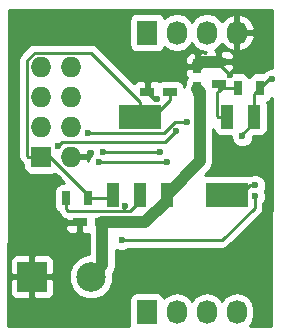
<source format=gbr>
G04 #@! TF.FileFunction,Copper,L2,Bot,Signal*
%FSLAX46Y46*%
G04 Gerber Fmt 4.6, Leading zero omitted, Abs format (unit mm)*
G04 Created by KiCad (PCBNEW no-vcs-found-product) date Fr 04 Mär 2016 14:21:00 CET*
%MOMM*%
G01*
G04 APERTURE LIST*
%ADD10C,0.100000*%
%ADD11R,1.727200X1.727200*%
%ADD12O,1.727200X1.727200*%
%ADD13R,3.657600X2.032000*%
%ADD14R,1.016000X2.032000*%
%ADD15R,0.750000X1.200000*%
%ADD16R,1.200000X0.750000*%
%ADD17R,1.727200X2.032000*%
%ADD18O,1.727200X2.032000*%
%ADD19R,2.500000X2.500000*%
%ADD20C,2.500000*%
%ADD21R,0.700000X1.300000*%
%ADD22R,1.300000X0.700000*%
%ADD23C,1.200000*%
%ADD24C,0.600000*%
%ADD25C,1.000000*%
%ADD26C,0.250000*%
%ADD27C,0.254000*%
G04 APERTURE END LIST*
D10*
D11*
X102685000Y-111240000D03*
D12*
X105225000Y-111240000D03*
X102685000Y-108700000D03*
X105225000Y-108700000D03*
X102685000Y-106160000D03*
X105225000Y-106160000D03*
X102685000Y-103620000D03*
X105225000Y-103620000D03*
D13*
X118411000Y-114454000D03*
D14*
X118411000Y-107850000D03*
X120697000Y-107850000D03*
X116125000Y-107850000D03*
D13*
X111025000Y-107850000D03*
D14*
X111025000Y-114454000D03*
X108739000Y-114454000D03*
X113311000Y-114454000D03*
D15*
X115900000Y-103600000D03*
X115900000Y-105500000D03*
D16*
X105950000Y-116800000D03*
X107850000Y-116800000D03*
X111675000Y-105775000D03*
X113575000Y-105775000D03*
D17*
X111635000Y-100725000D03*
D18*
X114175000Y-100725000D03*
X116715000Y-100725000D03*
X119255000Y-100725000D03*
D19*
X101900000Y-121400000D03*
D20*
X106900000Y-121400000D03*
D17*
X111620000Y-124400000D03*
D18*
X114160000Y-124400000D03*
X116700000Y-124400000D03*
X119240000Y-124400000D03*
D21*
X104775000Y-114750000D03*
X106675000Y-114750000D03*
D22*
X117700000Y-105100000D03*
X117700000Y-103200000D03*
D21*
X119325000Y-105400000D03*
X121225000Y-105400000D03*
D23*
X103900000Y-113300000D03*
D24*
X118662905Y-104359362D03*
X112510085Y-106333999D03*
X110575000Y-121500000D03*
X114300000Y-121675000D03*
X118112122Y-121512122D03*
X122200000Y-104700000D03*
X119700012Y-109508906D03*
X120800000Y-113675000D03*
X113300000Y-111700000D03*
X107600000Y-111700000D03*
X120739802Y-114600000D03*
X109500000Y-118300000D03*
X112700000Y-110800000D03*
X107900000Y-110800000D03*
X115000000Y-108300000D03*
X106600000Y-109200000D03*
X114100000Y-109100000D03*
X104100000Y-110300000D03*
X109800000Y-115400000D03*
D25*
X117700000Y-103200000D02*
X116300000Y-103200000D01*
X116300000Y-103200000D02*
X115900000Y-103600000D01*
D26*
X117700000Y-103200000D02*
X117700000Y-103396457D01*
X117700000Y-103396457D02*
X118662905Y-104359362D01*
X104500000Y-116700000D02*
X105850000Y-116700000D01*
X105850000Y-116700000D02*
X105950000Y-116800000D01*
X112510085Y-106333999D02*
X112233999Y-106333999D01*
X112233999Y-106333999D02*
X111675000Y-105775000D01*
D25*
X113311000Y-114454000D02*
X116125000Y-111640000D01*
X116125000Y-111640000D02*
X116125000Y-107850000D01*
X116125000Y-107850000D02*
X116125000Y-105725000D01*
X116125000Y-105725000D02*
X115900000Y-105500000D01*
X106900000Y-121400000D02*
X107850000Y-120450000D01*
X107850000Y-120450000D02*
X107850000Y-116800000D01*
X107850000Y-116800000D02*
X111473000Y-116800000D01*
X111473000Y-116800000D02*
X113311000Y-114962000D01*
X113311000Y-114962000D02*
X113311000Y-114454000D01*
D26*
X122200000Y-104700000D02*
X121925000Y-104700000D01*
X121925000Y-104700000D02*
X121225000Y-105400000D01*
X120697000Y-107850000D02*
X120697000Y-108358000D01*
X120697000Y-108358000D02*
X119700012Y-109354988D01*
X119700012Y-109354988D02*
X119700012Y-109508906D01*
X120697000Y-107850000D02*
X120697000Y-105928000D01*
X120697000Y-105928000D02*
X121225000Y-105400000D01*
X120800000Y-113675000D02*
X120375736Y-113675000D01*
X119596736Y-114454000D02*
X118411000Y-114454000D01*
X120375736Y-113675000D02*
X119596736Y-114454000D01*
X111025000Y-107850000D02*
X111025000Y-106584000D01*
X111025000Y-106584000D02*
X106872399Y-102431399D01*
X106872399Y-102431399D02*
X102114471Y-102431399D01*
X102114471Y-102431399D02*
X101496399Y-103049471D01*
X101496399Y-103049471D02*
X101496399Y-111164999D01*
X101496399Y-111164999D02*
X101571400Y-111240000D01*
X101571400Y-111240000D02*
X102685000Y-111240000D01*
X112125000Y-107850000D02*
X111025000Y-107850000D01*
X113575000Y-106400000D02*
X112125000Y-107850000D01*
X113575000Y-105775000D02*
X113575000Y-106400000D01*
X111025000Y-107850000D02*
X111837800Y-107850000D01*
X106675000Y-114750000D02*
X106675000Y-114450000D01*
X106675000Y-114450000D02*
X103465000Y-111240000D01*
X103465000Y-111240000D02*
X102685000Y-111240000D01*
X106675000Y-114750000D02*
X108443000Y-114750000D01*
X108443000Y-114750000D02*
X108739000Y-114454000D01*
X108536410Y-111700000D02*
X113300000Y-111700000D01*
X107600000Y-111700000D02*
X108536410Y-111700000D01*
X109500000Y-118300000D02*
X117994802Y-118300000D01*
X117994802Y-118300000D02*
X120739802Y-115555000D01*
X120739802Y-115555000D02*
X120739802Y-114600000D01*
X112521586Y-110800000D02*
X112700000Y-110800000D01*
X107900000Y-110800000D02*
X112521586Y-110800000D01*
X114000000Y-108304802D02*
X114995198Y-108304802D01*
X114995198Y-108304802D02*
X115000000Y-108300000D01*
X113104802Y-109200000D02*
X114000000Y-108304802D01*
X106600000Y-109200000D02*
X113104802Y-109200000D01*
X104100000Y-110300000D02*
X104399999Y-110000001D01*
X104399999Y-110000001D02*
X113199999Y-110000001D01*
X113199999Y-110000001D02*
X114100000Y-109100000D01*
X104920001Y-115795001D02*
X109700000Y-115795001D01*
X109700000Y-115795001D02*
X110191999Y-115795001D01*
X109800000Y-115400000D02*
X109700000Y-115500000D01*
X109700000Y-115500000D02*
X109700000Y-115795001D01*
X111025000Y-113946000D02*
X111025000Y-114454000D01*
X104775000Y-114750000D02*
X104775000Y-115650000D01*
X104775000Y-115650000D02*
X104920001Y-115795001D01*
X110191999Y-115795001D02*
X111025000Y-114962000D01*
X111025000Y-114962000D02*
X111025000Y-114454000D01*
X117950000Y-105400000D02*
X117700000Y-105650000D01*
X117700000Y-105650000D02*
X117575000Y-105775000D01*
X117700000Y-105100000D02*
X117700000Y-105650000D01*
X117575000Y-105775000D02*
X117575000Y-107772000D01*
X117575000Y-107772000D02*
X117653000Y-107850000D01*
X117653000Y-107850000D02*
X118411000Y-107850000D01*
X119325000Y-105400000D02*
X117950000Y-105400000D01*
D27*
G36*
X122194907Y-103764995D02*
X122014833Y-103764838D01*
X121671057Y-103906883D01*
X121475038Y-104102560D01*
X120875000Y-104102560D01*
X120639683Y-104146838D01*
X120423559Y-104285910D01*
X120278569Y-104498110D01*
X120275919Y-104511197D01*
X120139090Y-104298559D01*
X119926890Y-104153569D01*
X119675000Y-104102560D01*
X118975000Y-104102560D01*
X118739683Y-104146838D01*
X118663647Y-104195766D01*
X118601890Y-104153569D01*
X118568510Y-104146809D01*
X118709699Y-104088327D01*
X118888327Y-103909698D01*
X118985000Y-103676309D01*
X118985000Y-103485750D01*
X118826250Y-103327000D01*
X117827000Y-103327000D01*
X117827000Y-103347000D01*
X117573000Y-103347000D01*
X117573000Y-103327000D01*
X117553000Y-103327000D01*
X117553000Y-103073000D01*
X117573000Y-103073000D01*
X117573000Y-102373750D01*
X117827000Y-102373750D01*
X117827000Y-103073000D01*
X118826250Y-103073000D01*
X118985000Y-102914250D01*
X118985000Y-102723691D01*
X118888327Y-102490302D01*
X118709699Y-102311673D01*
X118476310Y-102215000D01*
X117985750Y-102215000D01*
X117827000Y-102373750D01*
X117573000Y-102373750D01*
X117414250Y-102215000D01*
X117407126Y-102215000D01*
X117774670Y-101969415D01*
X117981461Y-101659931D01*
X118352964Y-102075732D01*
X118880209Y-102329709D01*
X118895974Y-102332358D01*
X119128000Y-102211217D01*
X119128000Y-100852000D01*
X119382000Y-100852000D01*
X119382000Y-102211217D01*
X119614026Y-102332358D01*
X119629791Y-102329709D01*
X120157036Y-102075732D01*
X120546954Y-101639320D01*
X120740184Y-101086913D01*
X120595924Y-100852000D01*
X119382000Y-100852000D01*
X119128000Y-100852000D01*
X119108000Y-100852000D01*
X119108000Y-100598000D01*
X119128000Y-100598000D01*
X119128000Y-99238783D01*
X119382000Y-99238783D01*
X119382000Y-100598000D01*
X120595924Y-100598000D01*
X120740184Y-100363087D01*
X120546954Y-99810680D01*
X120157036Y-99374268D01*
X119629791Y-99120291D01*
X119614026Y-99117642D01*
X119382000Y-99238783D01*
X119128000Y-99238783D01*
X118895974Y-99117642D01*
X118880209Y-99120291D01*
X118352964Y-99374268D01*
X117981461Y-99790069D01*
X117774670Y-99480585D01*
X117288489Y-99155729D01*
X116715000Y-99041655D01*
X116141511Y-99155729D01*
X115655330Y-99480585D01*
X115445000Y-99795366D01*
X115234670Y-99480585D01*
X114748489Y-99155729D01*
X114175000Y-99041655D01*
X113601511Y-99155729D01*
X113115330Y-99480585D01*
X113105757Y-99494913D01*
X113101762Y-99473683D01*
X112962690Y-99257559D01*
X112750490Y-99112569D01*
X112498600Y-99061560D01*
X110771400Y-99061560D01*
X110536083Y-99105838D01*
X110319959Y-99244910D01*
X110174969Y-99457110D01*
X110123960Y-99709000D01*
X110123960Y-101741000D01*
X110168238Y-101976317D01*
X110307310Y-102192441D01*
X110519510Y-102337431D01*
X110771400Y-102388440D01*
X112498600Y-102388440D01*
X112733917Y-102344162D01*
X112950041Y-102205090D01*
X113095031Y-101992890D01*
X113103400Y-101951561D01*
X113115330Y-101969415D01*
X113601511Y-102294271D01*
X114175000Y-102408345D01*
X114748489Y-102294271D01*
X115234670Y-101969415D01*
X115445000Y-101654634D01*
X115655330Y-101969415D01*
X116141511Y-102294271D01*
X116613766Y-102388208D01*
X116567950Y-102434025D01*
X116401310Y-102365000D01*
X116185750Y-102365000D01*
X116027000Y-102523750D01*
X116027000Y-103473000D01*
X116047000Y-103473000D01*
X116047000Y-103727000D01*
X116027000Y-103727000D01*
X116027000Y-103747000D01*
X115773000Y-103747000D01*
X115773000Y-103727000D01*
X115048750Y-103727000D01*
X114890000Y-103885750D01*
X114890000Y-104326309D01*
X114986673Y-104559698D01*
X114988043Y-104561068D01*
X114928569Y-104648110D01*
X114877560Y-104900000D01*
X114877560Y-105026499D01*
X114851397Y-105065655D01*
X114804187Y-105302994D01*
X114778162Y-105164683D01*
X114639090Y-104948559D01*
X114426890Y-104803569D01*
X114175000Y-104752560D01*
X112975000Y-104752560D01*
X112739683Y-104796838D01*
X112636354Y-104863329D01*
X112634698Y-104861673D01*
X112401309Y-104765000D01*
X111960750Y-104765000D01*
X111802000Y-104923750D01*
X111802000Y-105648000D01*
X111822000Y-105648000D01*
X111822000Y-105902000D01*
X111802000Y-105902000D01*
X111802000Y-105922000D01*
X111548000Y-105922000D01*
X111548000Y-105902000D01*
X111528000Y-105902000D01*
X111528000Y-105648000D01*
X111548000Y-105648000D01*
X111548000Y-104923750D01*
X111389250Y-104765000D01*
X110948691Y-104765000D01*
X110715302Y-104861673D01*
X110546388Y-105030586D01*
X108389493Y-102873691D01*
X114890000Y-102873691D01*
X114890000Y-103314250D01*
X115048750Y-103473000D01*
X115773000Y-103473000D01*
X115773000Y-102523750D01*
X115614250Y-102365000D01*
X115398690Y-102365000D01*
X115165301Y-102461673D01*
X114986673Y-102640302D01*
X114890000Y-102873691D01*
X108389493Y-102873691D01*
X107409800Y-101893998D01*
X107163238Y-101729251D01*
X106872399Y-101671399D01*
X102114471Y-101671399D01*
X101823632Y-101729251D01*
X101577070Y-101893998D01*
X100958998Y-102512070D01*
X100794251Y-102758632D01*
X100736399Y-103049471D01*
X100736399Y-111164999D01*
X100794251Y-111455838D01*
X100958998Y-111702400D01*
X101033999Y-111777401D01*
X101173960Y-111870920D01*
X101173960Y-112103600D01*
X101218238Y-112338917D01*
X101357310Y-112555041D01*
X101569510Y-112700031D01*
X101821400Y-112751040D01*
X103548600Y-112751040D01*
X103783917Y-112706762D01*
X103828361Y-112678163D01*
X104602758Y-113452560D01*
X104425000Y-113452560D01*
X104189683Y-113496838D01*
X103973559Y-113635910D01*
X103828569Y-113848110D01*
X103777560Y-114100000D01*
X103777560Y-115400000D01*
X103821838Y-115635317D01*
X103960910Y-115851441D01*
X104069880Y-115925897D01*
X104072852Y-115940839D01*
X104237599Y-116187401D01*
X104382600Y-116332402D01*
X104629161Y-116497149D01*
X104715000Y-116514224D01*
X104715000Y-116514250D01*
X104873750Y-116673000D01*
X105823000Y-116673000D01*
X105823000Y-116653000D01*
X106077000Y-116653000D01*
X106077000Y-116673000D01*
X106097000Y-116673000D01*
X106097000Y-116927000D01*
X106077000Y-116927000D01*
X106077000Y-117651250D01*
X106235750Y-117810000D01*
X106676309Y-117810000D01*
X106715000Y-117793974D01*
X106715000Y-119514838D01*
X106526695Y-119514674D01*
X105833628Y-119801043D01*
X105302907Y-120330839D01*
X105015328Y-121023405D01*
X105014674Y-121773305D01*
X105301043Y-122466372D01*
X105830839Y-122997093D01*
X106523405Y-123284672D01*
X107273305Y-123285326D01*
X107966372Y-122998957D01*
X108497093Y-122469161D01*
X108784672Y-121776595D01*
X108785302Y-121053912D01*
X108803488Y-121026695D01*
X108898603Y-120884346D01*
X108985000Y-120450000D01*
X108985000Y-119098556D01*
X109313201Y-119234838D01*
X109685167Y-119235162D01*
X110028943Y-119093117D01*
X110062118Y-119060000D01*
X117994802Y-119060000D01*
X118285641Y-119002148D01*
X118532203Y-118837401D01*
X121277203Y-116092401D01*
X121441950Y-115845840D01*
X121499802Y-115555000D01*
X121499802Y-115162463D01*
X121531994Y-115130327D01*
X121674640Y-114786799D01*
X121674964Y-114414833D01*
X121589506Y-114208008D01*
X121592192Y-114205327D01*
X121734838Y-113861799D01*
X121735162Y-113489833D01*
X121593117Y-113146057D01*
X121330327Y-112882808D01*
X120986799Y-112740162D01*
X120614833Y-112739838D01*
X120409101Y-112824844D01*
X120239800Y-112790560D01*
X116582200Y-112790560D01*
X116578963Y-112791169D01*
X116927566Y-112442566D01*
X117064653Y-112237401D01*
X117173603Y-112074346D01*
X117260000Y-111640000D01*
X117260000Y-108966936D01*
X117267543Y-108929686D01*
X117299838Y-109101317D01*
X117438910Y-109317441D01*
X117651110Y-109462431D01*
X117903000Y-109513440D01*
X118765007Y-109513440D01*
X118764850Y-109694073D01*
X118906895Y-110037849D01*
X119169685Y-110301098D01*
X119513213Y-110443744D01*
X119885179Y-110444068D01*
X120228955Y-110302023D01*
X120492204Y-110039233D01*
X120634850Y-109695705D01*
X120635009Y-109513440D01*
X121205000Y-109513440D01*
X121440317Y-109469162D01*
X121656441Y-109330090D01*
X121801431Y-109117890D01*
X121852440Y-108866000D01*
X121852440Y-106834000D01*
X121817539Y-106648515D01*
X122026441Y-106514090D01*
X122171431Y-106301890D01*
X122186169Y-106229113D01*
X122117424Y-125615000D01*
X120319324Y-125615000D01*
X120624526Y-125158234D01*
X120738600Y-124584745D01*
X120738600Y-124215255D01*
X120624526Y-123641766D01*
X120299670Y-123155585D01*
X119813489Y-122830729D01*
X119240000Y-122716655D01*
X118666511Y-122830729D01*
X118180330Y-123155585D01*
X117970000Y-123470366D01*
X117759670Y-123155585D01*
X117273489Y-122830729D01*
X116700000Y-122716655D01*
X116126511Y-122830729D01*
X115640330Y-123155585D01*
X115430000Y-123470366D01*
X115219670Y-123155585D01*
X114733489Y-122830729D01*
X114160000Y-122716655D01*
X113586511Y-122830729D01*
X113100330Y-123155585D01*
X113090757Y-123169913D01*
X113086762Y-123148683D01*
X112947690Y-122932559D01*
X112735490Y-122787569D01*
X112483600Y-122736560D01*
X110756400Y-122736560D01*
X110521083Y-122780838D01*
X110304959Y-122919910D01*
X110159969Y-123132110D01*
X110108960Y-123384000D01*
X110108960Y-125416000D01*
X110146404Y-125615000D01*
X99887434Y-125615000D01*
X99901367Y-121685750D01*
X100015000Y-121685750D01*
X100015000Y-122776310D01*
X100111673Y-123009699D01*
X100290302Y-123188327D01*
X100523691Y-123285000D01*
X101614250Y-123285000D01*
X101773000Y-123126250D01*
X101773000Y-121527000D01*
X102027000Y-121527000D01*
X102027000Y-123126250D01*
X102185750Y-123285000D01*
X103276309Y-123285000D01*
X103509698Y-123188327D01*
X103688327Y-123009699D01*
X103785000Y-122776310D01*
X103785000Y-121685750D01*
X103626250Y-121527000D01*
X102027000Y-121527000D01*
X101773000Y-121527000D01*
X100173750Y-121527000D01*
X100015000Y-121685750D01*
X99901367Y-121685750D01*
X99907260Y-120023690D01*
X100015000Y-120023690D01*
X100015000Y-121114250D01*
X100173750Y-121273000D01*
X101773000Y-121273000D01*
X101773000Y-119673750D01*
X102027000Y-119673750D01*
X102027000Y-121273000D01*
X103626250Y-121273000D01*
X103785000Y-121114250D01*
X103785000Y-120023690D01*
X103688327Y-119790301D01*
X103509698Y-119611673D01*
X103276309Y-119515000D01*
X102185750Y-119515000D01*
X102027000Y-119673750D01*
X101773000Y-119673750D01*
X101614250Y-119515000D01*
X100523691Y-119515000D01*
X100290302Y-119611673D01*
X100111673Y-119790301D01*
X100015000Y-120023690D01*
X99907260Y-120023690D01*
X99917678Y-117085750D01*
X104715000Y-117085750D01*
X104715000Y-117301310D01*
X104811673Y-117534699D01*
X104990302Y-117713327D01*
X105223691Y-117810000D01*
X105664250Y-117810000D01*
X105823000Y-117651250D01*
X105823000Y-116927000D01*
X104873750Y-116927000D01*
X104715000Y-117085750D01*
X99917678Y-117085750D01*
X99982576Y-98785000D01*
X122212566Y-98785000D01*
X122194907Y-103764995D01*
X122194907Y-103764995D01*
G37*
X122194907Y-103764995D02*
X122014833Y-103764838D01*
X121671057Y-103906883D01*
X121475038Y-104102560D01*
X120875000Y-104102560D01*
X120639683Y-104146838D01*
X120423559Y-104285910D01*
X120278569Y-104498110D01*
X120275919Y-104511197D01*
X120139090Y-104298559D01*
X119926890Y-104153569D01*
X119675000Y-104102560D01*
X118975000Y-104102560D01*
X118739683Y-104146838D01*
X118663647Y-104195766D01*
X118601890Y-104153569D01*
X118568510Y-104146809D01*
X118709699Y-104088327D01*
X118888327Y-103909698D01*
X118985000Y-103676309D01*
X118985000Y-103485750D01*
X118826250Y-103327000D01*
X117827000Y-103327000D01*
X117827000Y-103347000D01*
X117573000Y-103347000D01*
X117573000Y-103327000D01*
X117553000Y-103327000D01*
X117553000Y-103073000D01*
X117573000Y-103073000D01*
X117573000Y-102373750D01*
X117827000Y-102373750D01*
X117827000Y-103073000D01*
X118826250Y-103073000D01*
X118985000Y-102914250D01*
X118985000Y-102723691D01*
X118888327Y-102490302D01*
X118709699Y-102311673D01*
X118476310Y-102215000D01*
X117985750Y-102215000D01*
X117827000Y-102373750D01*
X117573000Y-102373750D01*
X117414250Y-102215000D01*
X117407126Y-102215000D01*
X117774670Y-101969415D01*
X117981461Y-101659931D01*
X118352964Y-102075732D01*
X118880209Y-102329709D01*
X118895974Y-102332358D01*
X119128000Y-102211217D01*
X119128000Y-100852000D01*
X119382000Y-100852000D01*
X119382000Y-102211217D01*
X119614026Y-102332358D01*
X119629791Y-102329709D01*
X120157036Y-102075732D01*
X120546954Y-101639320D01*
X120740184Y-101086913D01*
X120595924Y-100852000D01*
X119382000Y-100852000D01*
X119128000Y-100852000D01*
X119108000Y-100852000D01*
X119108000Y-100598000D01*
X119128000Y-100598000D01*
X119128000Y-99238783D01*
X119382000Y-99238783D01*
X119382000Y-100598000D01*
X120595924Y-100598000D01*
X120740184Y-100363087D01*
X120546954Y-99810680D01*
X120157036Y-99374268D01*
X119629791Y-99120291D01*
X119614026Y-99117642D01*
X119382000Y-99238783D01*
X119128000Y-99238783D01*
X118895974Y-99117642D01*
X118880209Y-99120291D01*
X118352964Y-99374268D01*
X117981461Y-99790069D01*
X117774670Y-99480585D01*
X117288489Y-99155729D01*
X116715000Y-99041655D01*
X116141511Y-99155729D01*
X115655330Y-99480585D01*
X115445000Y-99795366D01*
X115234670Y-99480585D01*
X114748489Y-99155729D01*
X114175000Y-99041655D01*
X113601511Y-99155729D01*
X113115330Y-99480585D01*
X113105757Y-99494913D01*
X113101762Y-99473683D01*
X112962690Y-99257559D01*
X112750490Y-99112569D01*
X112498600Y-99061560D01*
X110771400Y-99061560D01*
X110536083Y-99105838D01*
X110319959Y-99244910D01*
X110174969Y-99457110D01*
X110123960Y-99709000D01*
X110123960Y-101741000D01*
X110168238Y-101976317D01*
X110307310Y-102192441D01*
X110519510Y-102337431D01*
X110771400Y-102388440D01*
X112498600Y-102388440D01*
X112733917Y-102344162D01*
X112950041Y-102205090D01*
X113095031Y-101992890D01*
X113103400Y-101951561D01*
X113115330Y-101969415D01*
X113601511Y-102294271D01*
X114175000Y-102408345D01*
X114748489Y-102294271D01*
X115234670Y-101969415D01*
X115445000Y-101654634D01*
X115655330Y-101969415D01*
X116141511Y-102294271D01*
X116613766Y-102388208D01*
X116567950Y-102434025D01*
X116401310Y-102365000D01*
X116185750Y-102365000D01*
X116027000Y-102523750D01*
X116027000Y-103473000D01*
X116047000Y-103473000D01*
X116047000Y-103727000D01*
X116027000Y-103727000D01*
X116027000Y-103747000D01*
X115773000Y-103747000D01*
X115773000Y-103727000D01*
X115048750Y-103727000D01*
X114890000Y-103885750D01*
X114890000Y-104326309D01*
X114986673Y-104559698D01*
X114988043Y-104561068D01*
X114928569Y-104648110D01*
X114877560Y-104900000D01*
X114877560Y-105026499D01*
X114851397Y-105065655D01*
X114804187Y-105302994D01*
X114778162Y-105164683D01*
X114639090Y-104948559D01*
X114426890Y-104803569D01*
X114175000Y-104752560D01*
X112975000Y-104752560D01*
X112739683Y-104796838D01*
X112636354Y-104863329D01*
X112634698Y-104861673D01*
X112401309Y-104765000D01*
X111960750Y-104765000D01*
X111802000Y-104923750D01*
X111802000Y-105648000D01*
X111822000Y-105648000D01*
X111822000Y-105902000D01*
X111802000Y-105902000D01*
X111802000Y-105922000D01*
X111548000Y-105922000D01*
X111548000Y-105902000D01*
X111528000Y-105902000D01*
X111528000Y-105648000D01*
X111548000Y-105648000D01*
X111548000Y-104923750D01*
X111389250Y-104765000D01*
X110948691Y-104765000D01*
X110715302Y-104861673D01*
X110546388Y-105030586D01*
X108389493Y-102873691D01*
X114890000Y-102873691D01*
X114890000Y-103314250D01*
X115048750Y-103473000D01*
X115773000Y-103473000D01*
X115773000Y-102523750D01*
X115614250Y-102365000D01*
X115398690Y-102365000D01*
X115165301Y-102461673D01*
X114986673Y-102640302D01*
X114890000Y-102873691D01*
X108389493Y-102873691D01*
X107409800Y-101893998D01*
X107163238Y-101729251D01*
X106872399Y-101671399D01*
X102114471Y-101671399D01*
X101823632Y-101729251D01*
X101577070Y-101893998D01*
X100958998Y-102512070D01*
X100794251Y-102758632D01*
X100736399Y-103049471D01*
X100736399Y-111164999D01*
X100794251Y-111455838D01*
X100958998Y-111702400D01*
X101033999Y-111777401D01*
X101173960Y-111870920D01*
X101173960Y-112103600D01*
X101218238Y-112338917D01*
X101357310Y-112555041D01*
X101569510Y-112700031D01*
X101821400Y-112751040D01*
X103548600Y-112751040D01*
X103783917Y-112706762D01*
X103828361Y-112678163D01*
X104602758Y-113452560D01*
X104425000Y-113452560D01*
X104189683Y-113496838D01*
X103973559Y-113635910D01*
X103828569Y-113848110D01*
X103777560Y-114100000D01*
X103777560Y-115400000D01*
X103821838Y-115635317D01*
X103960910Y-115851441D01*
X104069880Y-115925897D01*
X104072852Y-115940839D01*
X104237599Y-116187401D01*
X104382600Y-116332402D01*
X104629161Y-116497149D01*
X104715000Y-116514224D01*
X104715000Y-116514250D01*
X104873750Y-116673000D01*
X105823000Y-116673000D01*
X105823000Y-116653000D01*
X106077000Y-116653000D01*
X106077000Y-116673000D01*
X106097000Y-116673000D01*
X106097000Y-116927000D01*
X106077000Y-116927000D01*
X106077000Y-117651250D01*
X106235750Y-117810000D01*
X106676309Y-117810000D01*
X106715000Y-117793974D01*
X106715000Y-119514838D01*
X106526695Y-119514674D01*
X105833628Y-119801043D01*
X105302907Y-120330839D01*
X105015328Y-121023405D01*
X105014674Y-121773305D01*
X105301043Y-122466372D01*
X105830839Y-122997093D01*
X106523405Y-123284672D01*
X107273305Y-123285326D01*
X107966372Y-122998957D01*
X108497093Y-122469161D01*
X108784672Y-121776595D01*
X108785302Y-121053912D01*
X108803488Y-121026695D01*
X108898603Y-120884346D01*
X108985000Y-120450000D01*
X108985000Y-119098556D01*
X109313201Y-119234838D01*
X109685167Y-119235162D01*
X110028943Y-119093117D01*
X110062118Y-119060000D01*
X117994802Y-119060000D01*
X118285641Y-119002148D01*
X118532203Y-118837401D01*
X121277203Y-116092401D01*
X121441950Y-115845840D01*
X121499802Y-115555000D01*
X121499802Y-115162463D01*
X121531994Y-115130327D01*
X121674640Y-114786799D01*
X121674964Y-114414833D01*
X121589506Y-114208008D01*
X121592192Y-114205327D01*
X121734838Y-113861799D01*
X121735162Y-113489833D01*
X121593117Y-113146057D01*
X121330327Y-112882808D01*
X120986799Y-112740162D01*
X120614833Y-112739838D01*
X120409101Y-112824844D01*
X120239800Y-112790560D01*
X116582200Y-112790560D01*
X116578963Y-112791169D01*
X116927566Y-112442566D01*
X117064653Y-112237401D01*
X117173603Y-112074346D01*
X117260000Y-111640000D01*
X117260000Y-108966936D01*
X117267543Y-108929686D01*
X117299838Y-109101317D01*
X117438910Y-109317441D01*
X117651110Y-109462431D01*
X117903000Y-109513440D01*
X118765007Y-109513440D01*
X118764850Y-109694073D01*
X118906895Y-110037849D01*
X119169685Y-110301098D01*
X119513213Y-110443744D01*
X119885179Y-110444068D01*
X120228955Y-110302023D01*
X120492204Y-110039233D01*
X120634850Y-109695705D01*
X120635009Y-109513440D01*
X121205000Y-109513440D01*
X121440317Y-109469162D01*
X121656441Y-109330090D01*
X121801431Y-109117890D01*
X121852440Y-108866000D01*
X121852440Y-106834000D01*
X121817539Y-106648515D01*
X122026441Y-106514090D01*
X122171431Y-106301890D01*
X122186169Y-106229113D01*
X122117424Y-125615000D01*
X120319324Y-125615000D01*
X120624526Y-125158234D01*
X120738600Y-124584745D01*
X120738600Y-124215255D01*
X120624526Y-123641766D01*
X120299670Y-123155585D01*
X119813489Y-122830729D01*
X119240000Y-122716655D01*
X118666511Y-122830729D01*
X118180330Y-123155585D01*
X117970000Y-123470366D01*
X117759670Y-123155585D01*
X117273489Y-122830729D01*
X116700000Y-122716655D01*
X116126511Y-122830729D01*
X115640330Y-123155585D01*
X115430000Y-123470366D01*
X115219670Y-123155585D01*
X114733489Y-122830729D01*
X114160000Y-122716655D01*
X113586511Y-122830729D01*
X113100330Y-123155585D01*
X113090757Y-123169913D01*
X113086762Y-123148683D01*
X112947690Y-122932559D01*
X112735490Y-122787569D01*
X112483600Y-122736560D01*
X110756400Y-122736560D01*
X110521083Y-122780838D01*
X110304959Y-122919910D01*
X110159969Y-123132110D01*
X110108960Y-123384000D01*
X110108960Y-125416000D01*
X110146404Y-125615000D01*
X99887434Y-125615000D01*
X99901367Y-121685750D01*
X100015000Y-121685750D01*
X100015000Y-122776310D01*
X100111673Y-123009699D01*
X100290302Y-123188327D01*
X100523691Y-123285000D01*
X101614250Y-123285000D01*
X101773000Y-123126250D01*
X101773000Y-121527000D01*
X102027000Y-121527000D01*
X102027000Y-123126250D01*
X102185750Y-123285000D01*
X103276309Y-123285000D01*
X103509698Y-123188327D01*
X103688327Y-123009699D01*
X103785000Y-122776310D01*
X103785000Y-121685750D01*
X103626250Y-121527000D01*
X102027000Y-121527000D01*
X101773000Y-121527000D01*
X100173750Y-121527000D01*
X100015000Y-121685750D01*
X99901367Y-121685750D01*
X99907260Y-120023690D01*
X100015000Y-120023690D01*
X100015000Y-121114250D01*
X100173750Y-121273000D01*
X101773000Y-121273000D01*
X101773000Y-119673750D01*
X102027000Y-119673750D01*
X102027000Y-121273000D01*
X103626250Y-121273000D01*
X103785000Y-121114250D01*
X103785000Y-120023690D01*
X103688327Y-119790301D01*
X103509698Y-119611673D01*
X103276309Y-119515000D01*
X102185750Y-119515000D01*
X102027000Y-119673750D01*
X101773000Y-119673750D01*
X101614250Y-119515000D01*
X100523691Y-119515000D01*
X100290302Y-119611673D01*
X100111673Y-119790301D01*
X100015000Y-120023690D01*
X99907260Y-120023690D01*
X99917678Y-117085750D01*
X104715000Y-117085750D01*
X104715000Y-117301310D01*
X104811673Y-117534699D01*
X104990302Y-117713327D01*
X105223691Y-117810000D01*
X105664250Y-117810000D01*
X105823000Y-117651250D01*
X105823000Y-116927000D01*
X104873750Y-116927000D01*
X104715000Y-117085750D01*
X99917678Y-117085750D01*
X99982576Y-98785000D01*
X122212566Y-98785000D01*
X122194907Y-103764995D01*
G36*
X106964838Y-110985167D02*
X106972956Y-111004813D01*
X106807808Y-111169673D01*
X106665162Y-111513201D01*
X106665112Y-111570421D01*
X106559469Y-111367000D01*
X105352000Y-111367000D01*
X105352000Y-111387000D01*
X105098000Y-111387000D01*
X105098000Y-111367000D01*
X105078000Y-111367000D01*
X105078000Y-111113000D01*
X105098000Y-111113000D01*
X105098000Y-111093000D01*
X105352000Y-111093000D01*
X105352000Y-111113000D01*
X106559469Y-111113000D01*
X106679968Y-110880973D01*
X106623271Y-110760001D01*
X106965034Y-110760001D01*
X106964838Y-110985167D01*
X106964838Y-110985167D01*
G37*
X106964838Y-110985167D02*
X106972956Y-111004813D01*
X106807808Y-111169673D01*
X106665162Y-111513201D01*
X106665112Y-111570421D01*
X106559469Y-111367000D01*
X105352000Y-111367000D01*
X105352000Y-111387000D01*
X105098000Y-111387000D01*
X105098000Y-111367000D01*
X105078000Y-111367000D01*
X105078000Y-111113000D01*
X105098000Y-111113000D01*
X105098000Y-111093000D01*
X105352000Y-111093000D01*
X105352000Y-111113000D01*
X106559469Y-111113000D01*
X106679968Y-110880973D01*
X106623271Y-110760001D01*
X106965034Y-110760001D01*
X106964838Y-110985167D01*
M02*

</source>
